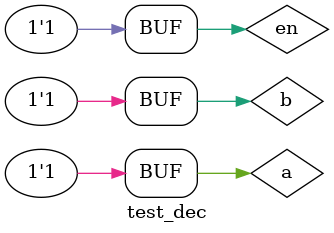
<source format=v>
module decoder_2_4(input en,a,b,output d0,d1,d2,d3);
    and a1(d0,~a,~b);
    and a2(d1,~a,b);
    and a3(d2,a,~b);
    and a4(d3,a,b);
endmodule
module test_dec;
    reg a,b,en;
    wire d0,d1,d2,d3;
    decoder_2_4 dec(en,a,b,d0,d1,d2,d3);
    initial
    begin
        $dumpfile("dec_test.vcd");
        $dumpvars(0,test_dec);
        en=1;
        a=0;b=0;
            #20;
        a=0;b=1;
            #20;
        a=1;b=0;
            #20;
        a=1;b=1;
            #20;
    end
endmodule
</source>
